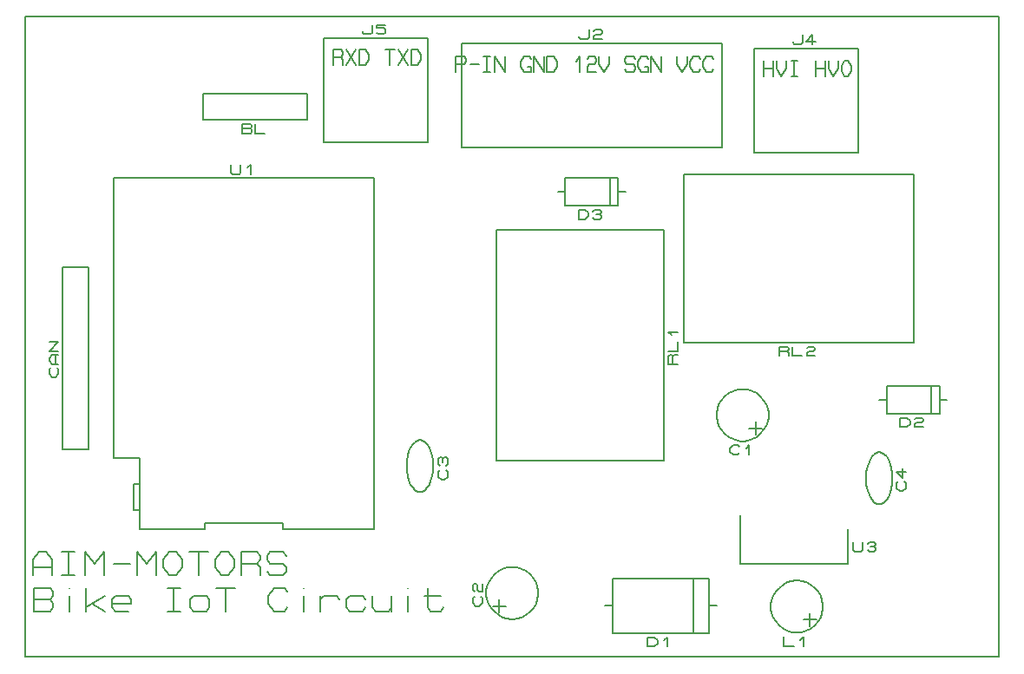
<source format=gbr>
G04 PROTEUS GERBER X2 FILE*
%TF.GenerationSoftware,Labcenter,Proteus,8.9-SP2-Build28501*%
%TF.CreationDate,2023-07-27T06:52:36+00:00*%
%TF.FileFunction,Legend,Top*%
%TF.FilePolarity,Positive*%
%TF.Part,Single*%
%TF.SameCoordinates,{a6dc1c72-05ea-40b1-9d21-e55aeb3cbc9d}*%
%FSLAX45Y45*%
%MOMM*%
G01*
%TA.AperFunction,Profile*%
%ADD20C,0.203200*%
%TA.AperFunction,Material*%
%ADD23C,0.203200*%
%ADD24C,0.200000*%
%TD.AperFunction*%
D20*
X+0Y-6250000D02*
X+9500000Y-6250000D01*
X+9500000Y+0D01*
X+0Y+0D01*
X+0Y-6250000D01*
D23*
X+863000Y-1578000D02*
X+863000Y-4308500D01*
X+1117000Y-5007000D02*
X+1752000Y-5007000D01*
X+3403000Y-5007000D02*
X+3403000Y-1578000D01*
X+863000Y-1578000D02*
X+3403000Y-1578000D01*
X+863000Y-4308500D02*
X+1117000Y-4308500D01*
X+1117000Y-5007000D01*
X+1117000Y-4816500D02*
X+1053500Y-4816500D01*
X+1053500Y-4562500D01*
X+1117000Y-4562500D01*
X+1752000Y-5007000D02*
X+1752000Y-4943500D01*
X+2514000Y-4943500D01*
X+2514000Y-5007000D01*
X+3403000Y-5007000D01*
X+2006000Y-1445920D02*
X+2006000Y-1522120D01*
X+2021875Y-1537360D01*
X+2085375Y-1537360D01*
X+2101250Y-1522120D01*
X+2101250Y-1445920D01*
X+2164750Y-1476400D02*
X+2196500Y-1445920D01*
X+2196500Y-1537360D01*
X+6420000Y-3181000D02*
X+8670000Y-3181000D01*
X+8670000Y-1541000D01*
X+6420000Y-1541000D01*
X+6420000Y-3181000D01*
X+7354500Y-3313080D02*
X+7354500Y-3221640D01*
X+7433875Y-3221640D01*
X+7449750Y-3236880D01*
X+7449750Y-3252120D01*
X+7433875Y-3267360D01*
X+7354500Y-3267360D01*
X+7433875Y-3267360D02*
X+7449750Y-3282600D01*
X+7449750Y-3313080D01*
X+7481500Y-3221640D02*
X+7481500Y-3313080D01*
X+7576750Y-3313080D01*
X+7624375Y-3236880D02*
X+7640250Y-3221640D01*
X+7687875Y-3221640D01*
X+7703750Y-3236880D01*
X+7703750Y-3252120D01*
X+7687875Y-3267360D01*
X+7640250Y-3267360D01*
X+7624375Y-3282600D01*
X+7624375Y-3313080D01*
X+7703750Y-3313080D01*
X+4260000Y-262000D02*
X+4260000Y-1278000D01*
X+6800000Y-262000D02*
X+6800000Y-1278000D01*
X+6800000Y-262000D02*
X+4260000Y-262000D01*
X+4260000Y-1278000D02*
X+6800000Y-1278000D01*
X+5403000Y-190880D02*
X+5403000Y-206120D01*
X+5418875Y-221360D01*
X+5482375Y-221360D01*
X+5498250Y-206120D01*
X+5498250Y-129920D01*
X+5545875Y-145160D02*
X+5561750Y-129920D01*
X+5609375Y-129920D01*
X+5625250Y-145160D01*
X+5625250Y-160400D01*
X+5609375Y-175640D01*
X+5561750Y-175640D01*
X+5545875Y-190880D01*
X+5545875Y-221360D01*
X+5625250Y-221360D01*
X+7781000Y-5760000D02*
X+7780173Y-5739517D01*
X+7773455Y-5698550D01*
X+7759437Y-5657583D01*
X+7736659Y-5616616D01*
X+7701859Y-5575771D01*
X+7660892Y-5544155D01*
X+7619925Y-5523608D01*
X+7578958Y-5511371D01*
X+7537991Y-5506238D01*
X+7527000Y-5506000D01*
X+7273000Y-5760000D02*
X+7273827Y-5739517D01*
X+7280545Y-5698550D01*
X+7294563Y-5657583D01*
X+7317341Y-5616616D01*
X+7352141Y-5575771D01*
X+7393108Y-5544155D01*
X+7434075Y-5523608D01*
X+7475042Y-5511371D01*
X+7516009Y-5506238D01*
X+7527000Y-5506000D01*
X+7273000Y-5760000D02*
X+7273827Y-5780483D01*
X+7280545Y-5821450D01*
X+7294563Y-5862417D01*
X+7317341Y-5903384D01*
X+7352141Y-5944229D01*
X+7393108Y-5975845D01*
X+7434075Y-5996392D01*
X+7475042Y-6008629D01*
X+7516009Y-6013762D01*
X+7527000Y-6014000D01*
X+7781000Y-5760000D02*
X+7780173Y-5780483D01*
X+7773455Y-5821450D01*
X+7759437Y-5862417D01*
X+7736659Y-5903384D01*
X+7701859Y-5944229D01*
X+7660892Y-5975845D01*
X+7619925Y-5996392D01*
X+7578958Y-6008629D01*
X+7537991Y-6013762D01*
X+7527000Y-6014000D01*
X+7717500Y-5887000D02*
X+7590500Y-5887000D01*
X+7654000Y-5950500D02*
X+7654000Y-5823500D01*
X+7400920Y-6054640D02*
X+7400920Y-6146080D01*
X+7496170Y-6146080D01*
X+7559670Y-6085120D02*
X+7591420Y-6054640D01*
X+7591420Y-6146080D01*
D24*
X+6973000Y-4868000D02*
X+6973000Y-5338000D01*
X+8027000Y-5338000D01*
X+8027000Y-5000000D01*
D23*
X+8073000Y-5128480D02*
X+8073000Y-5204680D01*
X+8088875Y-5219920D01*
X+8152375Y-5219920D01*
X+8168250Y-5204680D01*
X+8168250Y-5128480D01*
X+8215875Y-5143720D02*
X+8231750Y-5128480D01*
X+8279375Y-5128480D01*
X+8295250Y-5143720D01*
X+8295250Y-5158960D01*
X+8279375Y-5174200D01*
X+8295250Y-5189440D01*
X+8295250Y-5204680D01*
X+8279375Y-5219920D01*
X+8231750Y-5219920D01*
X+8215875Y-5204680D01*
X+8247625Y-5174200D02*
X+8279375Y-5174200D01*
X+7251000Y-3890000D02*
X+7250173Y-3869517D01*
X+7243455Y-3828550D01*
X+7229437Y-3787583D01*
X+7206659Y-3746616D01*
X+7171859Y-3705771D01*
X+7130892Y-3674155D01*
X+7089925Y-3653608D01*
X+7048958Y-3641371D01*
X+7007991Y-3636238D01*
X+6997000Y-3636000D01*
X+6743000Y-3890000D02*
X+6743827Y-3869517D01*
X+6750545Y-3828550D01*
X+6764563Y-3787583D01*
X+6787341Y-3746616D01*
X+6822141Y-3705771D01*
X+6863108Y-3674155D01*
X+6904075Y-3653608D01*
X+6945042Y-3641371D01*
X+6986009Y-3636238D01*
X+6997000Y-3636000D01*
X+6743000Y-3890000D02*
X+6743827Y-3910483D01*
X+6750545Y-3951450D01*
X+6764563Y-3992417D01*
X+6787341Y-4033384D01*
X+6822141Y-4074229D01*
X+6863108Y-4105845D01*
X+6904075Y-4126392D01*
X+6945042Y-4138629D01*
X+6986009Y-4143762D01*
X+6997000Y-4144000D01*
X+7251000Y-3890000D02*
X+7250173Y-3910483D01*
X+7243455Y-3951450D01*
X+7229437Y-3992417D01*
X+7206659Y-4033384D01*
X+7171859Y-4074229D01*
X+7130892Y-4105845D01*
X+7089925Y-4126392D01*
X+7048958Y-4138629D01*
X+7007991Y-4143762D01*
X+6997000Y-4144000D01*
X+7187500Y-4017000D02*
X+7060500Y-4017000D01*
X+7124000Y-4080500D02*
X+7124000Y-3953500D01*
X+6966170Y-4260840D02*
X+6950295Y-4276080D01*
X+6902670Y-4276080D01*
X+6870920Y-4245600D01*
X+6870920Y-4215120D01*
X+6902670Y-4184640D01*
X+6950295Y-4184640D01*
X+6966170Y-4199880D01*
X+7029670Y-4215120D02*
X+7061420Y-4184640D01*
X+7061420Y-4276080D01*
X+5004000Y-5627000D02*
X+5003173Y-5606517D01*
X+4996455Y-5565550D01*
X+4982437Y-5524583D01*
X+4959659Y-5483616D01*
X+4924859Y-5442771D01*
X+4883892Y-5411155D01*
X+4842925Y-5390608D01*
X+4801958Y-5378371D01*
X+4760991Y-5373238D01*
X+4750000Y-5373000D01*
X+4496000Y-5627000D02*
X+4496827Y-5606517D01*
X+4503545Y-5565550D01*
X+4517563Y-5524583D01*
X+4540341Y-5483616D01*
X+4575141Y-5442771D01*
X+4616108Y-5411155D01*
X+4657075Y-5390608D01*
X+4698042Y-5378371D01*
X+4739009Y-5373238D01*
X+4750000Y-5373000D01*
X+4496000Y-5627000D02*
X+4496827Y-5647483D01*
X+4503545Y-5688450D01*
X+4517563Y-5729417D01*
X+4540341Y-5770384D01*
X+4575141Y-5811229D01*
X+4616108Y-5842845D01*
X+4657075Y-5863392D01*
X+4698042Y-5875629D01*
X+4739009Y-5880762D01*
X+4750000Y-5881000D01*
X+5004000Y-5627000D02*
X+5003173Y-5647483D01*
X+4996455Y-5688450D01*
X+4982437Y-5729417D01*
X+4959659Y-5770384D01*
X+4924859Y-5811229D01*
X+4883892Y-5842845D01*
X+4842925Y-5863392D01*
X+4801958Y-5875629D01*
X+4760991Y-5880762D01*
X+4750000Y-5881000D01*
X+4623000Y-5817500D02*
X+4623000Y-5690500D01*
X+4559500Y-5754000D02*
X+4686500Y-5754000D01*
X+4440120Y-5659670D02*
X+4455360Y-5675545D01*
X+4455360Y-5723170D01*
X+4424880Y-5754920D01*
X+4394400Y-5754920D01*
X+4363920Y-5723170D01*
X+4363920Y-5675545D01*
X+4379160Y-5659670D01*
X+4379160Y-5612045D02*
X+4363920Y-5596170D01*
X+4363920Y-5548545D01*
X+4379160Y-5532670D01*
X+4394400Y-5532670D01*
X+4409640Y-5548545D01*
X+4409640Y-5596170D01*
X+4424880Y-5612045D01*
X+4455360Y-5612045D01*
X+4455360Y-5532670D01*
X+3849302Y-4133000D02*
X+3875178Y-4138080D01*
X+3899150Y-4152685D01*
X+3920740Y-4175862D01*
X+3939472Y-4206660D01*
X+3954871Y-4244125D01*
X+3966460Y-4287305D01*
X+3973762Y-4335248D01*
X+3976302Y-4387000D01*
X+3849302Y-4641000D02*
X+3875178Y-4635920D01*
X+3899150Y-4621315D01*
X+3920740Y-4598138D01*
X+3939472Y-4567340D01*
X+3954871Y-4529875D01*
X+3966460Y-4486695D01*
X+3973762Y-4438752D01*
X+3976302Y-4387000D01*
X+3849302Y-4133000D02*
X+3823426Y-4138080D01*
X+3799454Y-4152685D01*
X+3777864Y-4175862D01*
X+3759132Y-4206660D01*
X+3743733Y-4244125D01*
X+3732144Y-4287305D01*
X+3724842Y-4335248D01*
X+3722302Y-4387000D01*
X+3849302Y-4641000D02*
X+3823426Y-4635920D01*
X+3799454Y-4621315D01*
X+3777864Y-4598138D01*
X+3759132Y-4567340D01*
X+3743733Y-4529875D01*
X+3732144Y-4486695D01*
X+3724842Y-4438752D01*
X+3722302Y-4387000D01*
X+4103142Y-4428750D02*
X+4118382Y-4444625D01*
X+4118382Y-4492250D01*
X+4087902Y-4524000D01*
X+4057422Y-4524000D01*
X+4026942Y-4492250D01*
X+4026942Y-4444625D01*
X+4042182Y-4428750D01*
X+4042182Y-4381125D02*
X+4026942Y-4365250D01*
X+4026942Y-4317625D01*
X+4042182Y-4301750D01*
X+4057422Y-4301750D01*
X+4072662Y-4317625D01*
X+4087902Y-4301750D01*
X+4103142Y-4301750D01*
X+4118382Y-4317625D01*
X+4118382Y-4365250D01*
X+4103142Y-4381125D01*
X+4072662Y-4349375D02*
X+4072662Y-4317625D01*
X+5728600Y-6016700D02*
X+6668400Y-6016700D01*
X+6668400Y-5483300D01*
X+5728600Y-5483300D01*
X+5728600Y-6016700D01*
X+5728600Y-5750000D02*
X+5652400Y-5750000D01*
X+6668400Y-5750000D02*
X+6744600Y-5750000D01*
X+6516000Y-6016700D02*
X+6516000Y-5496000D01*
X+6071500Y-6148780D02*
X+6071500Y-6057340D01*
X+6135000Y-6057340D01*
X+6166750Y-6087820D01*
X+6166750Y-6118300D01*
X+6135000Y-6148780D01*
X+6071500Y-6148780D01*
X+6230250Y-6087820D02*
X+6262000Y-6057340D01*
X+6262000Y-6148780D01*
X+8402920Y-3874620D02*
X+8921080Y-3874620D01*
X+8921080Y-3607920D01*
X+8402920Y-3607920D01*
X+8402920Y-3874620D01*
X+8839800Y-3872080D02*
X+8839800Y-3610460D01*
X+8992200Y-3740000D02*
X+8921080Y-3740000D01*
X+8402920Y-3740000D02*
X+8331800Y-3740000D01*
X+8535000Y-4006700D02*
X+8535000Y-3915260D01*
X+8598500Y-3915260D01*
X+8630250Y-3945740D01*
X+8630250Y-3976220D01*
X+8598500Y-4006700D01*
X+8535000Y-4006700D01*
X+8677875Y-3930500D02*
X+8693750Y-3915260D01*
X+8741375Y-3915260D01*
X+8757250Y-3930500D01*
X+8757250Y-3945740D01*
X+8741375Y-3960980D01*
X+8693750Y-3960980D01*
X+8677875Y-3976220D01*
X+8677875Y-4006700D01*
X+8757250Y-4006700D01*
X+8330000Y-4253000D02*
X+8355876Y-4258080D01*
X+8379848Y-4272685D01*
X+8401438Y-4295862D01*
X+8420170Y-4326660D01*
X+8435569Y-4364125D01*
X+8447158Y-4407305D01*
X+8454460Y-4455248D01*
X+8457000Y-4507000D01*
X+8330000Y-4761000D02*
X+8355876Y-4755920D01*
X+8379848Y-4741315D01*
X+8401438Y-4718138D01*
X+8420170Y-4687340D01*
X+8435569Y-4649875D01*
X+8447158Y-4606695D01*
X+8454460Y-4558752D01*
X+8457000Y-4507000D01*
X+8330000Y-4253000D02*
X+8304124Y-4258080D01*
X+8280152Y-4272685D01*
X+8258562Y-4295862D01*
X+8239830Y-4326660D01*
X+8224431Y-4364125D01*
X+8212842Y-4407305D01*
X+8205540Y-4455248D01*
X+8203000Y-4507000D01*
X+8330000Y-4761000D02*
X+8304124Y-4755920D01*
X+8280152Y-4741315D01*
X+8258562Y-4718138D01*
X+8239830Y-4687340D01*
X+8224431Y-4649875D01*
X+8212842Y-4606695D01*
X+8205540Y-4558752D01*
X+8203000Y-4507000D01*
X+8573840Y-4538750D02*
X+8589080Y-4554625D01*
X+8589080Y-4602250D01*
X+8558600Y-4634000D01*
X+8528120Y-4634000D01*
X+8497640Y-4602250D01*
X+8497640Y-4554625D01*
X+8512880Y-4538750D01*
X+8558600Y-4411750D02*
X+8558600Y-4507000D01*
X+8497640Y-4443500D01*
X+8589080Y-4443500D01*
X+4591000Y-4330000D02*
X+6231000Y-4330000D01*
X+6231000Y-2080000D01*
X+4591000Y-2080000D01*
X+4591000Y-4330000D01*
X+6363080Y-3395500D02*
X+6271640Y-3395500D01*
X+6271640Y-3316125D01*
X+6286880Y-3300250D01*
X+6302120Y-3300250D01*
X+6317360Y-3316125D01*
X+6317360Y-3395500D01*
X+6317360Y-3316125D02*
X+6332600Y-3300250D01*
X+6363080Y-3300250D01*
X+6271640Y-3268500D02*
X+6363080Y-3268500D01*
X+6363080Y-3173250D01*
X+6302120Y-3109750D02*
X+6271640Y-3078000D01*
X+6363080Y-3078000D01*
X+5262920Y-1844620D02*
X+5781080Y-1844620D01*
X+5781080Y-1577920D01*
X+5262920Y-1577920D01*
X+5262920Y-1844620D01*
X+5699800Y-1842080D02*
X+5699800Y-1580460D01*
X+5852200Y-1710000D02*
X+5781080Y-1710000D01*
X+5262920Y-1710000D02*
X+5191800Y-1710000D01*
X+5395000Y-1976700D02*
X+5395000Y-1885260D01*
X+5458500Y-1885260D01*
X+5490250Y-1915740D01*
X+5490250Y-1946220D01*
X+5458500Y-1976700D01*
X+5395000Y-1976700D01*
X+5537875Y-1900500D02*
X+5553750Y-1885260D01*
X+5601375Y-1885260D01*
X+5617250Y-1900500D01*
X+5617250Y-1915740D01*
X+5601375Y-1930980D01*
X+5617250Y-1946220D01*
X+5617250Y-1961460D01*
X+5601375Y-1976700D01*
X+5553750Y-1976700D01*
X+5537875Y-1961460D01*
X+5569625Y-1930980D02*
X+5601375Y-1930980D01*
X+1735000Y-1007000D02*
X+2751000Y-1007000D01*
X+2751000Y-753000D01*
X+1735000Y-753000D01*
X+1735000Y-1007000D01*
X+2116000Y-1139080D02*
X+2116000Y-1047640D01*
X+2195375Y-1047640D01*
X+2211250Y-1062880D01*
X+2211250Y-1078120D01*
X+2195375Y-1093360D01*
X+2211250Y-1108600D01*
X+2211250Y-1123840D01*
X+2195375Y-1139080D01*
X+2116000Y-1139080D01*
X+2116000Y-1093360D02*
X+2195375Y-1093360D01*
X+2243000Y-1047640D02*
X+2243000Y-1139080D01*
X+2338250Y-1139080D01*
X+363000Y-4221000D02*
X+617000Y-4221000D01*
X+617000Y-2443000D01*
X+363000Y-2443000D01*
X+363000Y-4221000D01*
X+307120Y-3427250D02*
X+322360Y-3443125D01*
X+322360Y-3490750D01*
X+291880Y-3522500D01*
X+261400Y-3522500D01*
X+230920Y-3490750D01*
X+230920Y-3443125D01*
X+246160Y-3427250D01*
X+322360Y-3395500D02*
X+261400Y-3395500D01*
X+230920Y-3363750D01*
X+230920Y-3332000D01*
X+261400Y-3300250D01*
X+322360Y-3300250D01*
X+291880Y-3395500D02*
X+291880Y-3300250D01*
X+322360Y-3268500D02*
X+230920Y-3268500D01*
X+322360Y-3173250D01*
X+230920Y-3173250D01*
X+4200000Y-543200D02*
X+4200000Y-390800D01*
X+4279375Y-390800D01*
X+4295250Y-416200D01*
X+4295250Y-441600D01*
X+4279375Y-467000D01*
X+4200000Y-467000D01*
X+4342875Y-467000D02*
X+4422250Y-467000D01*
X+4469875Y-390800D02*
X+4533375Y-390800D01*
X+4501625Y-390800D02*
X+4501625Y-543200D01*
X+4469875Y-543200D02*
X+4533375Y-543200D01*
X+4581000Y-543200D02*
X+4581000Y-390800D01*
X+4676250Y-543200D01*
X+4676250Y-390800D01*
X+4898500Y-492400D02*
X+4930250Y-492400D01*
X+4930250Y-543200D01*
X+4866750Y-543200D01*
X+4835000Y-492400D01*
X+4835000Y-441600D01*
X+4866750Y-390800D01*
X+4914375Y-390800D01*
X+4930250Y-416200D01*
X+4962000Y-543200D02*
X+4962000Y-390800D01*
X+5057250Y-543200D01*
X+5057250Y-390800D01*
X+5089000Y-543200D02*
X+5089000Y-390800D01*
X+5152500Y-390800D01*
X+5184250Y-441600D01*
X+5184250Y-492400D01*
X+5152500Y-543200D01*
X+5089000Y-543200D01*
X+5374750Y-441600D02*
X+5406500Y-390800D01*
X+5406500Y-543200D01*
X+5485875Y-416200D02*
X+5501750Y-390800D01*
X+5549375Y-390800D01*
X+5565250Y-416200D01*
X+5565250Y-441600D01*
X+5549375Y-467000D01*
X+5501750Y-467000D01*
X+5485875Y-492400D01*
X+5485875Y-543200D01*
X+5565250Y-543200D01*
X+5597000Y-390800D02*
X+5597000Y-467000D01*
X+5644625Y-543200D01*
X+5692250Y-467000D01*
X+5692250Y-390800D01*
X+5851000Y-517800D02*
X+5866875Y-543200D01*
X+5930375Y-543200D01*
X+5946250Y-517800D01*
X+5946250Y-492400D01*
X+5930375Y-467000D01*
X+5866875Y-467000D01*
X+5851000Y-441600D01*
X+5851000Y-416200D01*
X+5866875Y-390800D01*
X+5930375Y-390800D01*
X+5946250Y-416200D01*
X+6041500Y-492400D02*
X+6073250Y-492400D01*
X+6073250Y-543200D01*
X+6009750Y-543200D01*
X+5978000Y-492400D01*
X+5978000Y-441600D01*
X+6009750Y-390800D01*
X+6057375Y-390800D01*
X+6073250Y-416200D01*
X+6105000Y-543200D02*
X+6105000Y-390800D01*
X+6200250Y-543200D01*
X+6200250Y-390800D01*
X+6359000Y-390800D02*
X+6359000Y-467000D01*
X+6406625Y-543200D01*
X+6454250Y-467000D01*
X+6454250Y-390800D01*
X+6581250Y-517800D02*
X+6565375Y-543200D01*
X+6517750Y-543200D01*
X+6486000Y-492400D01*
X+6486000Y-441600D01*
X+6517750Y-390800D01*
X+6565375Y-390800D01*
X+6581250Y-416200D01*
X+6708250Y-517800D02*
X+6692375Y-543200D01*
X+6644750Y-543200D01*
X+6613000Y-492400D01*
X+6613000Y-441600D01*
X+6644750Y-390800D01*
X+6692375Y-390800D01*
X+6708250Y-416200D01*
X+7200000Y-583200D02*
X+7200000Y-430800D01*
X+7295250Y-430800D02*
X+7295250Y-583200D01*
X+7200000Y-507000D02*
X+7295250Y-507000D01*
X+7327000Y-430800D02*
X+7327000Y-507000D01*
X+7374625Y-583200D01*
X+7422250Y-507000D01*
X+7422250Y-430800D01*
X+7469875Y-430800D02*
X+7533375Y-430800D01*
X+7501625Y-430800D02*
X+7501625Y-583200D01*
X+7469875Y-583200D02*
X+7533375Y-583200D01*
X+7708000Y-583200D02*
X+7708000Y-430800D01*
X+7803250Y-430800D02*
X+7803250Y-583200D01*
X+7708000Y-507000D02*
X+7803250Y-507000D01*
X+7835000Y-430800D02*
X+7835000Y-507000D01*
X+7882625Y-583200D01*
X+7930250Y-507000D01*
X+7930250Y-430800D01*
X+7962000Y-481600D02*
X+7993750Y-430800D01*
X+8025500Y-430800D01*
X+8057250Y-481600D01*
X+8057250Y-532400D01*
X+8025500Y-583200D01*
X+7993750Y-583200D01*
X+7962000Y-532400D01*
X+7962000Y-481600D01*
X+7106000Y-312000D02*
X+7106000Y-1328000D01*
X+8122000Y-312000D02*
X+8122000Y-1328000D01*
X+7106000Y-1328000D02*
X+8122000Y-1328000D01*
X+7106000Y-312000D02*
X+8122000Y-312000D01*
X+7487000Y-240880D02*
X+7487000Y-256120D01*
X+7502875Y-271360D01*
X+7566375Y-271360D01*
X+7582250Y-256120D01*
X+7582250Y-179920D01*
X+7709250Y-240880D02*
X+7614000Y-240880D01*
X+7677500Y-179920D01*
X+7677500Y-271360D01*
X+2906000Y-212000D02*
X+2906000Y-1228000D01*
X+3922000Y-212000D02*
X+3922000Y-1228000D01*
X+2906000Y-1228000D02*
X+3922000Y-1228000D01*
X+2906000Y-212000D02*
X+3922000Y-212000D01*
X+3287000Y-140880D02*
X+3287000Y-156120D01*
X+3302875Y-171360D01*
X+3366375Y-171360D01*
X+3382250Y-156120D01*
X+3382250Y-79920D01*
X+3509250Y-79920D02*
X+3429875Y-79920D01*
X+3429875Y-110400D01*
X+3493375Y-110400D01*
X+3509250Y-125640D01*
X+3509250Y-156120D01*
X+3493375Y-171360D01*
X+3445750Y-171360D01*
X+3429875Y-156120D01*
X+3000000Y-473200D02*
X+3000000Y-320800D01*
X+3079375Y-320800D01*
X+3095250Y-346200D01*
X+3095250Y-371600D01*
X+3079375Y-397000D01*
X+3000000Y-397000D01*
X+3079375Y-397000D02*
X+3095250Y-422400D01*
X+3095250Y-473200D01*
X+3127000Y-320800D02*
X+3222250Y-473200D01*
X+3127000Y-473200D02*
X+3222250Y-320800D01*
X+3254000Y-473200D02*
X+3254000Y-320800D01*
X+3317500Y-320800D01*
X+3349250Y-371600D01*
X+3349250Y-422400D01*
X+3317500Y-473200D01*
X+3254000Y-473200D01*
X+3508000Y-320800D02*
X+3603250Y-320800D01*
X+3555625Y-320800D02*
X+3555625Y-473200D01*
X+3635000Y-320800D02*
X+3730250Y-473200D01*
X+3635000Y-473200D02*
X+3730250Y-320800D01*
X+3762000Y-473200D02*
X+3762000Y-320800D01*
X+3825500Y-320800D01*
X+3857250Y-371600D01*
X+3857250Y-422400D01*
X+3825500Y-473200D01*
X+3762000Y-473200D01*
X+70000Y-5454800D02*
X+70000Y-5302400D01*
X+133500Y-5226200D01*
X+197000Y-5226200D01*
X+260500Y-5302400D01*
X+260500Y-5454800D01*
X+70000Y-5378600D02*
X+260500Y-5378600D01*
X+355750Y-5226200D02*
X+482750Y-5226200D01*
X+419250Y-5226200D02*
X+419250Y-5454800D01*
X+355750Y-5454800D02*
X+482750Y-5454800D01*
X+578000Y-5454800D02*
X+578000Y-5226200D01*
X+673250Y-5340500D01*
X+768500Y-5226200D01*
X+768500Y-5454800D01*
X+863750Y-5340500D02*
X+1022500Y-5340500D01*
X+1086000Y-5454800D02*
X+1086000Y-5226200D01*
X+1181250Y-5340500D01*
X+1276500Y-5226200D01*
X+1276500Y-5454800D01*
X+1340000Y-5302400D02*
X+1403500Y-5226200D01*
X+1467000Y-5226200D01*
X+1530500Y-5302400D01*
X+1530500Y-5378600D01*
X+1467000Y-5454800D01*
X+1403500Y-5454800D01*
X+1340000Y-5378600D01*
X+1340000Y-5302400D01*
X+1594000Y-5226200D02*
X+1784500Y-5226200D01*
X+1689250Y-5226200D02*
X+1689250Y-5454800D01*
X+1848000Y-5302400D02*
X+1911500Y-5226200D01*
X+1975000Y-5226200D01*
X+2038500Y-5302400D01*
X+2038500Y-5378600D01*
X+1975000Y-5454800D01*
X+1911500Y-5454800D01*
X+1848000Y-5378600D01*
X+1848000Y-5302400D01*
X+2102000Y-5454800D02*
X+2102000Y-5226200D01*
X+2260750Y-5226200D01*
X+2292500Y-5264300D01*
X+2292500Y-5302400D01*
X+2260750Y-5340500D01*
X+2102000Y-5340500D01*
X+2260750Y-5340500D02*
X+2292500Y-5378600D01*
X+2292500Y-5454800D01*
X+2356000Y-5416700D02*
X+2387750Y-5454800D01*
X+2514750Y-5454800D01*
X+2546500Y-5416700D01*
X+2546500Y-5378600D01*
X+2514750Y-5340500D01*
X+2387750Y-5340500D01*
X+2356000Y-5302400D01*
X+2356000Y-5264300D01*
X+2387750Y-5226200D01*
X+2514750Y-5226200D01*
X+2546500Y-5264300D01*
X+80000Y-5804800D02*
X+80000Y-5576200D01*
X+238750Y-5576200D01*
X+270500Y-5614300D01*
X+270500Y-5652400D01*
X+238750Y-5690500D01*
X+270500Y-5728600D01*
X+270500Y-5766700D01*
X+238750Y-5804800D01*
X+80000Y-5804800D01*
X+80000Y-5690500D02*
X+238750Y-5690500D01*
X+429250Y-5652400D02*
X+429250Y-5804800D01*
X+429250Y-5576200D02*
X+429250Y-5576200D01*
X+588000Y-5576200D02*
X+588000Y-5804800D01*
X+588000Y-5766700D02*
X+778500Y-5652400D01*
X+651500Y-5728600D02*
X+778500Y-5804800D01*
X+842000Y-5728600D02*
X+1032500Y-5728600D01*
X+1032500Y-5690500D01*
X+1000750Y-5652400D01*
X+873750Y-5652400D01*
X+842000Y-5690500D01*
X+842000Y-5766700D01*
X+873750Y-5804800D01*
X+1000750Y-5804800D01*
X+1381750Y-5576200D02*
X+1508750Y-5576200D01*
X+1445250Y-5576200D02*
X+1445250Y-5804800D01*
X+1381750Y-5804800D02*
X+1508750Y-5804800D01*
X+1604000Y-5690500D02*
X+1635750Y-5652400D01*
X+1762750Y-5652400D01*
X+1794500Y-5690500D01*
X+1794500Y-5766700D01*
X+1762750Y-5804800D01*
X+1635750Y-5804800D01*
X+1604000Y-5766700D01*
X+1604000Y-5690500D01*
X+1858000Y-5576200D02*
X+2048500Y-5576200D01*
X+1953250Y-5576200D02*
X+1953250Y-5804800D01*
X+2556500Y-5766700D02*
X+2524750Y-5804800D01*
X+2429500Y-5804800D01*
X+2366000Y-5728600D01*
X+2366000Y-5652400D01*
X+2429500Y-5576200D01*
X+2524750Y-5576200D01*
X+2556500Y-5614300D01*
X+2715250Y-5652400D02*
X+2715250Y-5804800D01*
X+2715250Y-5576200D02*
X+2715250Y-5576200D01*
X+2874000Y-5804800D02*
X+2874000Y-5652400D01*
X+2874000Y-5690500D02*
X+2905750Y-5652400D01*
X+3032750Y-5652400D01*
X+3064500Y-5690500D01*
X+3318500Y-5690500D02*
X+3286750Y-5652400D01*
X+3159750Y-5652400D01*
X+3128000Y-5690500D01*
X+3128000Y-5766700D01*
X+3159750Y-5804800D01*
X+3286750Y-5804800D01*
X+3318500Y-5766700D01*
X+3382000Y-5652400D02*
X+3382000Y-5766700D01*
X+3413750Y-5804800D01*
X+3540750Y-5804800D01*
X+3572500Y-5766700D01*
X+3572500Y-5804800D02*
X+3572500Y-5652400D01*
X+3731250Y-5652400D02*
X+3731250Y-5804800D01*
X+3731250Y-5576200D02*
X+3731250Y-5576200D01*
X+3921750Y-5576200D02*
X+3921750Y-5766700D01*
X+3953500Y-5804800D01*
X+4048750Y-5804800D01*
X+4080500Y-5766700D01*
X+3890000Y-5652400D02*
X+4048750Y-5652400D01*
M02*

</source>
